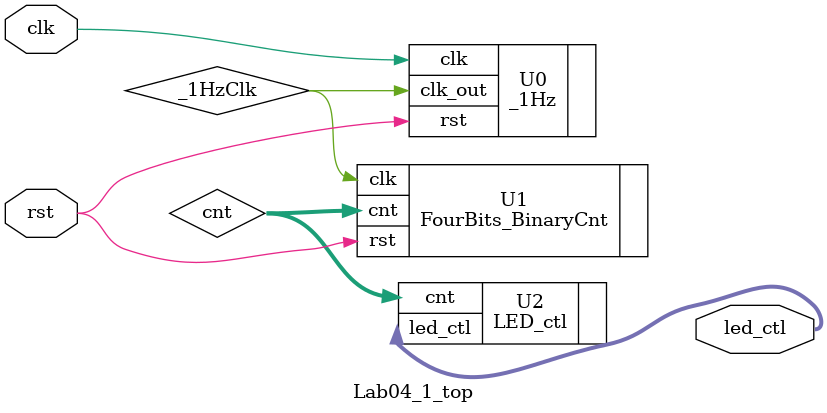
<source format=v>
`timescale 1ns / 1ps


module Lab04_1_top(clk, rst, led_ctl);
input clk;
input rst;
output [3:0]led_ctl;
wire _1HzClk;
wire [3:0]cnt;

_1Hz U0(.clk(clk), .rst(rst), .clk_out(_1HzClk));
FourBits_BinaryCnt U1(.clk(_1HzClk), .rst(rst), .cnt(cnt));
LED_ctl U2(.cnt(cnt), .led_ctl(led_ctl));

endmodule

</source>
